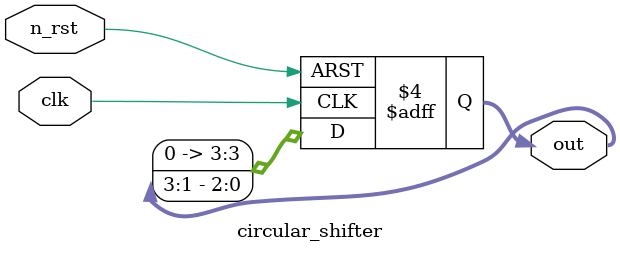
<source format=v>
`timescale 1 ns / 1 ps 
module circular_shifter(clk, n_rst, out);

parameter WIDTH = 4;

input clk;
input n_rst;
output reg [WIDTH - 1 : 0] out;

always @(posedge clk, negedge n_rst)
	if(!n_rst) begin
		out[WIDTH-1] <= 1'b1;
		out[WIDTH-2:0] <= 1'b0;
	end else begin
		out[WIDTH-1] <= out[0];
		out <= out >> 1;
   end	
endmodule	


</source>
